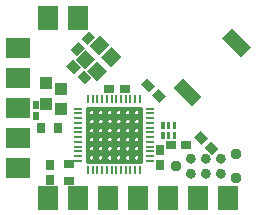
<source format=gts>
G04 DipTrace 2.4.0.2*
%IN2dBBLE.gts*%
%MOIN*%
%ADD10C,0.0098*%
%ADD36C,0.0374*%
%ADD44O,0.0094X0.0272*%
%ADD46O,0.0272X0.0094*%
%ADD48R,0.0213X0.0252*%
%ADD50R,0.0311X0.037*%
%ADD52R,0.0685X0.0816*%
%ADD54R,0.0816X0.0685*%
%ADD56R,0.037X0.0311*%
%ADD58R,0.0291X0.037*%
%ADD60R,0.0409X0.0449*%
%ADD62R,0.037X0.0291*%
%FSLAX44Y44*%
G04*
G70*
G90*
G75*
G01*
%LNTopMask*%
%LPD*%
G36*
X9093Y7606D2*
X9411Y7923D1*
X10034Y7300D1*
X9717Y6982D1*
X9093Y7606D1*
G37*
G36*
X10736Y9249D2*
X11053Y9566D1*
X11677Y8942D1*
X11359Y8625D1*
X10736Y9249D1*
G37*
G36*
X9203Y6237D2*
X9089D1*
Y6469D1*
X9203D1*
Y6237D1*
G37*
G36*
X9007D2*
X8892D1*
Y6469D1*
X9007D1*
Y6237D1*
G37*
G36*
X8810D2*
X8696D1*
Y6469D1*
X8810D1*
Y6237D1*
G37*
G36*
Y5902D2*
X8696D1*
Y6135D1*
X8810D1*
Y5902D1*
G37*
G36*
X9007D2*
X8892D1*
Y6135D1*
X9007D1*
Y5902D1*
G37*
G36*
X9203D2*
X9089D1*
Y6135D1*
X9203D1*
Y5902D1*
G37*
G36*
X6245Y9024D2*
X6039Y9230D1*
X6301Y9491D1*
X6507Y9285D1*
X6245Y9024D1*
G37*
G36*
X5884Y8662D2*
X5678Y8868D1*
X5939Y9130D1*
X6145Y8924D1*
X5884Y8662D1*
G37*
G36*
X6371Y7915D2*
X6165Y7709D1*
X5903Y7970D1*
X6109Y8176D1*
X6371Y7915D1*
G37*
G36*
X6009Y8276D2*
X5803Y8070D1*
X5541Y8332D1*
X5747Y8538D1*
X6009Y8276D1*
G37*
D62*
X9025Y5680D3*
X9537D3*
D60*
X5348Y6895D3*
Y7564D3*
D62*
X7484Y7550D3*
X6972D3*
G36*
X8385Y7368D2*
X8591Y7574D1*
X8853Y7313D1*
X8647Y7107D1*
X8385Y7368D1*
G37*
G36*
X8023Y7730D2*
X8229Y7936D1*
X8491Y7675D1*
X8285Y7469D1*
X8023Y7730D1*
G37*
D58*
X8645Y5535D3*
Y5023D3*
X5007Y5041D3*
Y4529D3*
D60*
X4862Y7073D3*
Y7742D3*
D56*
X5612Y5058D3*
Y4507D3*
D54*
X3937Y8937D3*
Y7937D3*
Y6937D3*
Y5937D3*
Y4937D3*
D52*
X4937Y9937D3*
X5937D3*
X6937Y3937D3*
X7937D3*
X8937D3*
D50*
X5250Y6273D3*
X4699D3*
D48*
X4520Y6642D3*
Y7036D3*
D52*
X4937Y3937D3*
X5937D3*
X9937D3*
X10937D3*
G36*
X10252Y5913D2*
X10046Y5707D1*
X9784Y5969D1*
X9990Y6175D1*
X10252Y5913D1*
G37*
G36*
X10614Y5551D2*
X10408Y5345D1*
X10146Y5607D1*
X10352Y5813D1*
X10614Y5551D1*
G37*
G36*
X9847Y5238D2*
X9845Y5267D1*
X9837Y5294D1*
X9825Y5320D1*
X9809Y5343D1*
X9789Y5363D1*
X9766Y5379D1*
X9740Y5391D1*
X9713Y5399D1*
X9684Y5401D1*
D1*
X9656Y5399D1*
X9629Y5391D1*
X9603Y5379D1*
X9580Y5363D1*
X9560Y5343D1*
X9543Y5320D1*
X9531Y5294D1*
X9524Y5267D1*
X9521Y5238D1*
D1*
X9524Y5210D1*
X9531Y5183D1*
X9543Y5157D1*
X9560Y5134D1*
X9580Y5113D1*
X9603Y5097D1*
X9629Y5085D1*
X9656Y5078D1*
X9684Y5075D1*
D1*
X9713Y5078D1*
X9740Y5085D1*
X9766Y5097D1*
X9789Y5113D1*
X9809Y5134D1*
X9825Y5157D1*
X9837Y5183D1*
X9845Y5210D1*
X9847Y5238D1*
G37*
G36*
X10347D2*
X10345Y5267D1*
X10337Y5294D1*
X10325Y5320D1*
X10309Y5343D1*
X10289Y5363D1*
X10266Y5379D1*
X10240Y5391D1*
X10213Y5399D1*
X10184Y5401D1*
D1*
X10156Y5399D1*
X10129Y5391D1*
X10103Y5379D1*
X10080Y5363D1*
X10060Y5343D1*
X10043Y5320D1*
X10031Y5294D1*
X10024Y5267D1*
X10021Y5238D1*
D1*
X10024Y5210D1*
X10031Y5183D1*
X10043Y5157D1*
X10060Y5134D1*
X10080Y5113D1*
X10103Y5097D1*
X10129Y5085D1*
X10156Y5078D1*
X10184Y5075D1*
D1*
X10213Y5078D1*
X10240Y5085D1*
X10266Y5097D1*
X10289Y5113D1*
X10309Y5134D1*
X10325Y5157D1*
X10337Y5183D1*
X10345Y5210D1*
X10347Y5238D1*
G37*
G36*
X10847D2*
X10845Y5267D1*
X10837Y5294D1*
X10825Y5320D1*
X10809Y5343D1*
X10789Y5363D1*
X10766Y5379D1*
X10740Y5391D1*
X10713Y5399D1*
X10684Y5401D1*
D1*
X10656Y5399D1*
X10629Y5391D1*
X10603Y5379D1*
X10580Y5363D1*
X10560Y5343D1*
X10543Y5320D1*
X10531Y5294D1*
X10524Y5267D1*
X10521Y5238D1*
D1*
X10524Y5210D1*
X10531Y5183D1*
X10543Y5157D1*
X10560Y5134D1*
X10580Y5113D1*
X10603Y5097D1*
X10629Y5085D1*
X10656Y5078D1*
X10684Y5075D1*
D1*
X10713Y5078D1*
X10740Y5085D1*
X10766Y5097D1*
X10789Y5113D1*
X10809Y5134D1*
X10825Y5157D1*
X10837Y5183D1*
X10845Y5210D1*
X10847Y5238D1*
G37*
G36*
Y4738D2*
X10845Y4767D1*
X10837Y4794D1*
X10825Y4820D1*
X10809Y4843D1*
X10789Y4863D1*
X10766Y4879D1*
X10740Y4891D1*
X10713Y4899D1*
X10684Y4901D1*
D1*
X10656Y4899D1*
X10629Y4891D1*
X10603Y4879D1*
X10580Y4863D1*
X10560Y4843D1*
X10543Y4820D1*
X10531Y4794D1*
X10524Y4767D1*
X10521Y4738D1*
D1*
X10524Y4710D1*
X10531Y4683D1*
X10543Y4657D1*
X10560Y4634D1*
X10580Y4613D1*
X10603Y4597D1*
X10629Y4585D1*
X10656Y4578D1*
X10684Y4575D1*
D1*
X10713Y4578D1*
X10740Y4585D1*
X10766Y4597D1*
X10789Y4613D1*
X10809Y4634D1*
X10825Y4657D1*
X10837Y4683D1*
X10845Y4710D1*
X10847Y4738D1*
G37*
G36*
X10347D2*
X10345Y4767D1*
X10337Y4794D1*
X10325Y4820D1*
X10309Y4843D1*
X10289Y4863D1*
X10266Y4879D1*
X10240Y4891D1*
X10213Y4899D1*
X10184Y4901D1*
D1*
X10156Y4899D1*
X10129Y4891D1*
X10103Y4879D1*
X10080Y4863D1*
X10060Y4843D1*
X10043Y4820D1*
X10031Y4794D1*
X10024Y4767D1*
X10021Y4738D1*
D1*
X10024Y4710D1*
X10031Y4683D1*
X10043Y4657D1*
X10060Y4634D1*
X10080Y4613D1*
X10103Y4597D1*
X10129Y4585D1*
X10156Y4578D1*
X10184Y4575D1*
D1*
X10213Y4578D1*
X10240Y4585D1*
X10266Y4597D1*
X10289Y4613D1*
X10309Y4634D1*
X10325Y4657D1*
X10337Y4683D1*
X10345Y4710D1*
X10347Y4738D1*
G37*
G36*
X9847D2*
X9845Y4767D1*
X9837Y4794D1*
X9825Y4820D1*
X9809Y4843D1*
X9789Y4863D1*
X9766Y4879D1*
X9740Y4891D1*
X9713Y4899D1*
X9684Y4901D1*
D1*
X9656Y4899D1*
X9629Y4891D1*
X9603Y4879D1*
X9580Y4863D1*
X9560Y4843D1*
X9543Y4820D1*
X9531Y4794D1*
X9524Y4767D1*
X9521Y4738D1*
D1*
X9524Y4710D1*
X9531Y4683D1*
X9543Y4657D1*
X9560Y4634D1*
X9580Y4613D1*
X9603Y4597D1*
X9629Y4585D1*
X9656Y4578D1*
X9684Y4575D1*
D1*
X9713Y4578D1*
X9740Y4585D1*
X9766Y4597D1*
X9789Y4613D1*
X9809Y4634D1*
X9825Y4657D1*
X9837Y4683D1*
X9845Y4710D1*
X9847Y4738D1*
G37*
D36*
X9184Y4988D3*
X11184Y5388D3*
Y4588D3*
X7468Y6183D2*
D10*
Y6191D1*
X7469Y6198D1*
X7470Y6206D1*
X7472Y6213D1*
X7474Y6221D1*
X7477Y6228D1*
X7480Y6235D1*
X7484Y6241D1*
X7488Y6248D1*
X7492Y6254D1*
X7497Y6259D1*
X7502Y6265D1*
X7508Y6270D1*
X7514Y6274D1*
X7520Y6278D1*
X7527Y6282D1*
X7533Y6285D1*
X7540Y6288D1*
X7547Y6290D1*
X7554Y6291D1*
X7562Y6292D1*
X7569Y6293D1*
X7576D1*
X7584Y6292D1*
X7591Y6291D1*
X7598Y6290D1*
X7605Y6288D1*
X7612Y6285D1*
X7619Y6282D1*
X7625Y6278D1*
X7631Y6274D1*
X7637Y6270D1*
X7643Y6265D1*
X7648Y6259D1*
X7653Y6254D1*
X7658Y6248D1*
X7662Y6241D1*
X7665Y6235D1*
X7669Y6228D1*
X7671Y6221D1*
X7674Y6213D1*
X7675Y6206D1*
X7677Y6198D1*
Y6191D1*
X7678Y6183D1*
X7677Y6175D1*
Y6168D1*
X7675Y6160D1*
X7674Y6153D1*
X7671Y6145D1*
X7669Y6138D1*
X7665Y6131D1*
X7662Y6125D1*
X7658Y6118D1*
X7653Y6112D1*
X7648Y6107D1*
X7643Y6101D1*
X7637Y6096D1*
X7631Y6092D1*
X7625Y6088D1*
X7619Y6084D1*
X7612Y6081D1*
X7605Y6078D1*
X7598Y6076D1*
X7591Y6075D1*
X7584Y6074D1*
X7576Y6073D1*
X7569D1*
X7562Y6074D1*
X7554Y6075D1*
X7547Y6076D1*
X7540Y6078D1*
X7533Y6081D1*
X7527Y6084D1*
X7520Y6088D1*
X7514Y6092D1*
X7508Y6096D1*
X7502Y6101D1*
X7497Y6107D1*
X7492Y6112D1*
X7488Y6118D1*
X7484Y6125D1*
X7480Y6131D1*
X7477Y6138D1*
X7474Y6145D1*
X7472Y6153D1*
X7470Y6160D1*
X7469Y6168D1*
X7468Y6175D1*
Y6183D1*
X7767Y6184D2*
Y6192D1*
X7768Y6200D1*
X7769Y6207D1*
X7771Y6215D1*
X7773Y6222D1*
X7776Y6229D1*
X7779Y6236D1*
X7783Y6243D1*
X7787Y6249D1*
X7792Y6255D1*
X7797Y6261D1*
X7802Y6266D1*
X7807Y6271D1*
X7813Y6275D1*
X7820Y6280D1*
X7826Y6283D1*
X7833Y6286D1*
X7840Y6289D1*
X7847Y6291D1*
X7854Y6293D1*
X7861Y6294D1*
X7868D1*
X7876D1*
X7883D1*
X7890Y6293D1*
X7897Y6291D1*
X7904Y6289D1*
X7911Y6286D1*
X7918Y6283D1*
X7925Y6280D1*
X7931Y6275D1*
X7937Y6271D1*
X7942Y6266D1*
X7948Y6261D1*
X7952Y6255D1*
X7957Y6249D1*
X7961Y6243D1*
X7965Y6236D1*
X7968Y6229D1*
X7971Y6222D1*
X7973Y6215D1*
X7975Y6207D1*
X7976Y6200D1*
X7977Y6192D1*
Y6184D1*
Y6177D1*
X7976Y6169D1*
X7975Y6161D1*
X7973Y6154D1*
X7971Y6147D1*
X7968Y6140D1*
X7965Y6133D1*
X7961Y6126D1*
X7957Y6120D1*
X7952Y6114D1*
X7948Y6108D1*
X7942Y6102D1*
X7937Y6098D1*
X7931Y6093D1*
X7925Y6089D1*
X7918Y6085D1*
X7911Y6082D1*
X7904Y6080D1*
X7897Y6078D1*
X7890Y6076D1*
X7883Y6075D1*
X7876Y6074D1*
X7868D1*
X7861Y6075D1*
X7854Y6076D1*
X7847Y6078D1*
X7840Y6080D1*
X7833Y6082D1*
X7826Y6085D1*
X7820Y6089D1*
X7813Y6093D1*
X7807Y6098D1*
X7802Y6102D1*
X7797Y6108D1*
X7792Y6114D1*
X7787Y6120D1*
X7783Y6126D1*
X7779Y6133D1*
X7776Y6140D1*
X7773Y6147D1*
X7771Y6154D1*
X7769Y6161D1*
X7768Y6169D1*
X7767Y6177D1*
Y6184D1*
X6868Y6183D2*
Y6191D1*
X6869Y6198D1*
X6870Y6206D1*
X6872Y6213D1*
X6874Y6221D1*
X6877Y6228D1*
X6880Y6235D1*
X6884Y6241D1*
X6888Y6248D1*
X6893Y6254D1*
X6898Y6259D1*
X6903Y6265D1*
X6908Y6270D1*
X6914Y6274D1*
X6921Y6278D1*
X6927Y6282D1*
X6934Y6285D1*
X6941Y6288D1*
X6948Y6290D1*
X6955Y6291D1*
X6962Y6292D1*
X6969Y6293D1*
X6977D1*
X6984Y6292D1*
X6991Y6291D1*
X6998Y6290D1*
X7006Y6288D1*
X7012Y6285D1*
X7019Y6282D1*
X7026Y6278D1*
X7032Y6274D1*
X7038Y6270D1*
X7043Y6265D1*
X7049Y6259D1*
X7053Y6254D1*
X7058Y6248D1*
X7062Y6241D1*
X7066Y6235D1*
X7069Y6228D1*
X7072Y6221D1*
X7074Y6213D1*
X7076Y6206D1*
X7077Y6198D1*
X7078Y6191D1*
Y6183D1*
Y6175D1*
X7077Y6168D1*
X7076Y6160D1*
X7074Y6153D1*
X7072Y6145D1*
X7069Y6138D1*
X7066Y6131D1*
X7062Y6125D1*
X7058Y6118D1*
X7053Y6112D1*
X7049Y6107D1*
X7043Y6101D1*
X7038Y6096D1*
X7032Y6092D1*
X7026Y6088D1*
X7019Y6084D1*
X7012Y6081D1*
X7006Y6078D1*
X6998Y6076D1*
X6991Y6075D1*
X6984Y6074D1*
X6977Y6073D1*
X6969D1*
X6962Y6074D1*
X6955Y6075D1*
X6948Y6076D1*
X6941Y6078D1*
X6934Y6081D1*
X6927Y6084D1*
X6921Y6088D1*
X6914Y6092D1*
X6908Y6096D1*
X6903Y6101D1*
X6898Y6107D1*
X6893Y6112D1*
X6888Y6118D1*
X6884Y6125D1*
X6880Y6131D1*
X6877Y6138D1*
X6874Y6145D1*
X6872Y6153D1*
X6870Y6160D1*
X6869Y6168D1*
X6868Y6175D1*
Y6183D1*
X7167Y6184D2*
Y6192D1*
X7168Y6200D1*
X7169Y6207D1*
X7171Y6215D1*
X7174Y6222D1*
X7176Y6229D1*
X7179Y6236D1*
X7183Y6243D1*
X7187Y6249D1*
X7192Y6255D1*
X7197Y6261D1*
X7202Y6266D1*
X7208Y6271D1*
X7213Y6275D1*
X7220Y6280D1*
X7226Y6283D1*
X7233Y6286D1*
X7240Y6289D1*
X7247Y6291D1*
X7254Y6293D1*
X7261Y6294D1*
X7268D1*
X7276D1*
X7283D1*
X7290Y6293D1*
X7298Y6291D1*
X7305Y6289D1*
X7311Y6286D1*
X7318Y6283D1*
X7325Y6280D1*
X7331Y6275D1*
X7337Y6271D1*
X7342Y6266D1*
X7348Y6261D1*
X7353Y6255D1*
X7357Y6249D1*
X7361Y6243D1*
X7365Y6236D1*
X7368Y6229D1*
X7371Y6222D1*
X7373Y6215D1*
X7375Y6207D1*
X7376Y6200D1*
X7377Y6192D1*
Y6184D1*
Y6177D1*
X7376Y6169D1*
X7375Y6161D1*
X7373Y6154D1*
X7371Y6147D1*
X7368Y6140D1*
X7365Y6133D1*
X7361Y6126D1*
X7357Y6120D1*
X7353Y6114D1*
X7348Y6108D1*
X7342Y6102D1*
X7337Y6098D1*
X7331Y6093D1*
X7325Y6089D1*
X7318Y6085D1*
X7311Y6082D1*
X7305Y6080D1*
X7298Y6078D1*
X7290Y6076D1*
X7283Y6075D1*
X7276Y6074D1*
X7268D1*
X7261Y6075D1*
X7254Y6076D1*
X7247Y6078D1*
X7240Y6080D1*
X7233Y6082D1*
X7226Y6085D1*
X7220Y6089D1*
X7213Y6093D1*
X7208Y6098D1*
X7202Y6102D1*
X7197Y6108D1*
X7192Y6114D1*
X7187Y6120D1*
X7183Y6126D1*
X7179Y6133D1*
X7176Y6140D1*
X7174Y6147D1*
X7171Y6154D1*
X7169Y6161D1*
X7168Y6169D1*
X7167Y6177D1*
Y6184D1*
X6568D2*
Y6192D1*
X6569Y6200D1*
X6570Y6207D1*
X6572Y6215D1*
X6574Y6222D1*
X6577Y6229D1*
X6580Y6236D1*
X6584Y6243D1*
X6588Y6249D1*
X6592Y6255D1*
X6597Y6261D1*
X6602Y6266D1*
X6608Y6271D1*
X6614Y6275D1*
X6620Y6280D1*
X6627Y6283D1*
X6633Y6286D1*
X6640Y6289D1*
X6647Y6291D1*
X6654Y6293D1*
X6662Y6294D1*
X6669D1*
X6676D1*
X6684D1*
X6691Y6293D1*
X6698Y6291D1*
X6705Y6289D1*
X6712Y6286D1*
X6719Y6283D1*
X6725Y6280D1*
X6731Y6275D1*
X6737Y6271D1*
X6743Y6266D1*
X6748Y6261D1*
X6753Y6255D1*
X6757Y6249D1*
X6762Y6243D1*
X6765Y6236D1*
X6768Y6229D1*
X6771Y6222D1*
X6773Y6215D1*
X6775Y6207D1*
X6777Y6200D1*
Y6192D1*
X6778Y6184D1*
X6777Y6177D1*
Y6169D1*
X6775Y6161D1*
X6773Y6154D1*
X6771Y6147D1*
X6768Y6140D1*
X6765Y6133D1*
X6762Y6126D1*
X6757Y6120D1*
X6753Y6114D1*
X6748Y6108D1*
X6743Y6102D1*
X6737Y6098D1*
X6731Y6093D1*
X6725Y6089D1*
X6719Y6085D1*
X6712Y6082D1*
X6705Y6080D1*
X6698Y6078D1*
X6691Y6076D1*
X6684Y6075D1*
X6676Y6074D1*
X6669D1*
X6662Y6075D1*
X6654Y6076D1*
X6647Y6078D1*
X6640Y6080D1*
X6633Y6082D1*
X6627Y6085D1*
X6620Y6089D1*
X6614Y6093D1*
X6608Y6098D1*
X6602Y6102D1*
X6597Y6108D1*
X6592Y6114D1*
X6588Y6120D1*
X6584Y6126D1*
X6580Y6133D1*
X6577Y6140D1*
X6574Y6147D1*
X6572Y6154D1*
X6570Y6161D1*
X6569Y6169D1*
X6568Y6177D1*
Y6184D1*
X6267D2*
Y6192D1*
X6268Y6200D1*
X6269Y6207D1*
X6271Y6215D1*
X6273Y6222D1*
X6276Y6229D1*
X6279Y6236D1*
X6283Y6243D1*
X6287Y6249D1*
X6292Y6255D1*
X6297Y6261D1*
X6302Y6266D1*
X6307Y6271D1*
X6313Y6275D1*
X6320Y6280D1*
X6326Y6283D1*
X6333Y6286D1*
X6340Y6289D1*
X6347Y6291D1*
X6354Y6293D1*
X6361Y6294D1*
X6368D1*
X6376D1*
X6383D1*
X6390Y6293D1*
X6397Y6291D1*
X6404Y6289D1*
X6411Y6286D1*
X6418Y6283D1*
X6425Y6280D1*
X6431Y6275D1*
X6437Y6271D1*
X6442Y6266D1*
X6448Y6261D1*
X6452Y6255D1*
X6457Y6249D1*
X6461Y6243D1*
X6465Y6236D1*
X6468Y6229D1*
X6471Y6222D1*
X6473Y6215D1*
X6475Y6207D1*
X6476Y6200D1*
X6477Y6192D1*
Y6184D1*
Y6177D1*
X6476Y6169D1*
X6475Y6161D1*
X6473Y6154D1*
X6471Y6147D1*
X6468Y6140D1*
X6465Y6133D1*
X6461Y6126D1*
X6457Y6120D1*
X6452Y6114D1*
X6448Y6108D1*
X6442Y6102D1*
X6437Y6098D1*
X6431Y6093D1*
X6425Y6089D1*
X6418Y6085D1*
X6411Y6082D1*
X6404Y6080D1*
X6397Y6078D1*
X6390Y6076D1*
X6383Y6075D1*
X6376Y6074D1*
X6368D1*
X6361Y6075D1*
X6354Y6076D1*
X6347Y6078D1*
X6340Y6080D1*
X6333Y6082D1*
X6326Y6085D1*
X6320Y6089D1*
X6313Y6093D1*
X6307Y6098D1*
X6302Y6102D1*
X6297Y6108D1*
X6292Y6114D1*
X6287Y6120D1*
X6283Y6126D1*
X6279Y6133D1*
X6276Y6140D1*
X6273Y6147D1*
X6271Y6154D1*
X6269Y6161D1*
X6268Y6169D1*
X6267Y6177D1*
Y6184D1*
X7468Y5881D2*
Y5889D1*
X7469Y5896D1*
X7470Y5904D1*
X7472Y5911D1*
X7474Y5919D1*
X7477Y5926D1*
X7480Y5933D1*
X7484Y5939D1*
X7488Y5946D1*
X7492Y5952D1*
X7497Y5958D1*
X7502Y5963D1*
X7508Y5968D1*
X7514Y5972D1*
X7520Y5976D1*
X7527Y5980D1*
X7533Y5983D1*
X7540Y5986D1*
X7547Y5988D1*
X7554Y5989D1*
X7562Y5991D1*
X7569D1*
X7576D1*
X7584D1*
X7591Y5989D1*
X7598Y5988D1*
X7605Y5986D1*
X7612Y5983D1*
X7619Y5980D1*
X7625Y5976D1*
X7631Y5972D1*
X7637Y5968D1*
X7643Y5963D1*
X7648Y5958D1*
X7653Y5952D1*
X7658Y5946D1*
X7662Y5939D1*
X7665Y5933D1*
X7669Y5926D1*
X7671Y5919D1*
X7674Y5911D1*
X7675Y5904D1*
X7677Y5896D1*
Y5889D1*
X7678Y5881D1*
X7677Y5873D1*
Y5866D1*
X7675Y5858D1*
X7674Y5851D1*
X7671Y5844D1*
X7669Y5836D1*
X7665Y5830D1*
X7662Y5823D1*
X7658Y5817D1*
X7653Y5810D1*
X7648Y5805D1*
X7643Y5799D1*
X7637Y5794D1*
X7631Y5790D1*
X7625Y5786D1*
X7619Y5782D1*
X7612Y5779D1*
X7605Y5777D1*
X7598Y5774D1*
X7591Y5773D1*
X7584Y5772D1*
X7576Y5771D1*
X7569D1*
X7562Y5772D1*
X7554Y5773D1*
X7547Y5774D1*
X7540Y5777D1*
X7533Y5779D1*
X7527Y5782D1*
X7520Y5786D1*
X7514Y5790D1*
X7508Y5794D1*
X7502Y5799D1*
X7497Y5805D1*
X7492Y5810D1*
X7488Y5817D1*
X7484Y5823D1*
X7480Y5830D1*
X7477Y5836D1*
X7474Y5844D1*
X7472Y5851D1*
X7470Y5858D1*
X7469Y5866D1*
X7468Y5873D1*
Y5881D1*
X7767Y5882D2*
Y5890D1*
X7768Y5898D1*
X7769Y5905D1*
X7771Y5913D1*
X7773Y5920D1*
X7776Y5927D1*
X7779Y5934D1*
X7783Y5941D1*
X7787Y5947D1*
X7792Y5953D1*
X7797Y5959D1*
X7802Y5964D1*
X7807Y5969D1*
X7813Y5974D1*
X7820Y5978D1*
X7826Y5981D1*
X7833Y5984D1*
X7840Y5987D1*
X7847Y5989D1*
X7854Y5991D1*
X7861Y5992D1*
X7868D1*
X7876D1*
X7883D1*
X7890Y5991D1*
X7897Y5989D1*
X7904Y5987D1*
X7911Y5984D1*
X7918Y5981D1*
X7925Y5978D1*
X7931Y5974D1*
X7937Y5969D1*
X7942Y5964D1*
X7948Y5959D1*
X7952Y5953D1*
X7957Y5947D1*
X7961Y5941D1*
X7965Y5934D1*
X7968Y5927D1*
X7971Y5920D1*
X7973Y5913D1*
X7975Y5905D1*
X7976Y5898D1*
X7977Y5890D1*
Y5882D1*
Y5875D1*
X7976Y5867D1*
X7975Y5860D1*
X7973Y5852D1*
X7971Y5845D1*
X7968Y5838D1*
X7965Y5831D1*
X7961Y5824D1*
X7957Y5818D1*
X7952Y5812D1*
X7948Y5806D1*
X7942Y5801D1*
X7937Y5796D1*
X7931Y5791D1*
X7925Y5787D1*
X7918Y5784D1*
X7911Y5780D1*
X7904Y5778D1*
X7897Y5776D1*
X7890Y5774D1*
X7883Y5773D1*
X7876D1*
X7868D1*
X7861D1*
X7854Y5774D1*
X7847Y5776D1*
X7840Y5778D1*
X7833Y5780D1*
X7826Y5784D1*
X7820Y5787D1*
X7813Y5791D1*
X7807Y5796D1*
X7802Y5801D1*
X7797Y5806D1*
X7792Y5812D1*
X7787Y5818D1*
X7783Y5824D1*
X7779Y5831D1*
X7776Y5838D1*
X7773Y5845D1*
X7771Y5852D1*
X7769Y5860D1*
X7768Y5867D1*
X7767Y5875D1*
Y5882D1*
X6868Y5881D2*
Y5889D1*
X6869Y5896D1*
X6870Y5904D1*
X6872Y5911D1*
X6874Y5919D1*
X6877Y5926D1*
X6880Y5933D1*
X6884Y5939D1*
X6888Y5946D1*
X6893Y5952D1*
X6898Y5958D1*
X6903Y5963D1*
X6908Y5968D1*
X6914Y5972D1*
X6921Y5976D1*
X6927Y5980D1*
X6934Y5983D1*
X6941Y5986D1*
X6948Y5988D1*
X6955Y5989D1*
X6962Y5991D1*
X6969D1*
X6977D1*
X6984D1*
X6991Y5989D1*
X6998Y5988D1*
X7006Y5986D1*
X7012Y5983D1*
X7019Y5980D1*
X7026Y5976D1*
X7032Y5972D1*
X7038Y5968D1*
X7043Y5963D1*
X7049Y5958D1*
X7053Y5952D1*
X7058Y5946D1*
X7062Y5939D1*
X7066Y5933D1*
X7069Y5926D1*
X7072Y5919D1*
X7074Y5911D1*
X7076Y5904D1*
X7077Y5896D1*
X7078Y5889D1*
Y5881D1*
Y5873D1*
X7077Y5866D1*
X7076Y5858D1*
X7074Y5851D1*
X7072Y5844D1*
X7069Y5836D1*
X7066Y5830D1*
X7062Y5823D1*
X7058Y5817D1*
X7053Y5810D1*
X7049Y5805D1*
X7043Y5799D1*
X7038Y5794D1*
X7032Y5790D1*
X7026Y5786D1*
X7019Y5782D1*
X7012Y5779D1*
X7006Y5777D1*
X6998Y5774D1*
X6991Y5773D1*
X6984Y5772D1*
X6977Y5771D1*
X6969D1*
X6962Y5772D1*
X6955Y5773D1*
X6948Y5774D1*
X6941Y5777D1*
X6934Y5779D1*
X6927Y5782D1*
X6921Y5786D1*
X6914Y5790D1*
X6908Y5794D1*
X6903Y5799D1*
X6898Y5805D1*
X6893Y5810D1*
X6888Y5817D1*
X6884Y5823D1*
X6880Y5830D1*
X6877Y5836D1*
X6874Y5844D1*
X6872Y5851D1*
X6870Y5858D1*
X6869Y5866D1*
X6868Y5873D1*
Y5881D1*
X7167Y5882D2*
Y5890D1*
X7168Y5898D1*
X7169Y5905D1*
X7171Y5913D1*
X7174Y5920D1*
X7176Y5927D1*
X7179Y5934D1*
X7183Y5941D1*
X7187Y5947D1*
X7192Y5953D1*
X7197Y5959D1*
X7202Y5964D1*
X7208Y5969D1*
X7213Y5974D1*
X7220Y5978D1*
X7226Y5981D1*
X7233Y5984D1*
X7240Y5987D1*
X7247Y5989D1*
X7254Y5991D1*
X7261Y5992D1*
X7268D1*
X7276D1*
X7283D1*
X7290Y5991D1*
X7298Y5989D1*
X7305Y5987D1*
X7311Y5984D1*
X7318Y5981D1*
X7325Y5978D1*
X7331Y5974D1*
X7337Y5969D1*
X7342Y5964D1*
X7348Y5959D1*
X7353Y5953D1*
X7357Y5947D1*
X7361Y5941D1*
X7365Y5934D1*
X7368Y5927D1*
X7371Y5920D1*
X7373Y5913D1*
X7375Y5905D1*
X7376Y5898D1*
X7377Y5890D1*
Y5882D1*
Y5875D1*
X7376Y5867D1*
X7375Y5860D1*
X7373Y5852D1*
X7371Y5845D1*
X7368Y5838D1*
X7365Y5831D1*
X7361Y5824D1*
X7357Y5818D1*
X7353Y5812D1*
X7348Y5806D1*
X7342Y5801D1*
X7337Y5796D1*
X7331Y5791D1*
X7325Y5787D1*
X7318Y5784D1*
X7311Y5780D1*
X7305Y5778D1*
X7298Y5776D1*
X7290Y5774D1*
X7283Y5773D1*
X7276D1*
X7268D1*
X7261D1*
X7254Y5774D1*
X7247Y5776D1*
X7240Y5778D1*
X7233Y5780D1*
X7226Y5784D1*
X7220Y5787D1*
X7213Y5791D1*
X7208Y5796D1*
X7202Y5801D1*
X7197Y5806D1*
X7192Y5812D1*
X7187Y5818D1*
X7183Y5824D1*
X7179Y5831D1*
X7176Y5838D1*
X7174Y5845D1*
X7171Y5852D1*
X7169Y5860D1*
X7168Y5867D1*
X7167Y5875D1*
Y5882D1*
X6568D2*
Y5890D1*
X6569Y5898D1*
X6570Y5905D1*
X6572Y5913D1*
X6574Y5920D1*
X6577Y5927D1*
X6580Y5934D1*
X6584Y5941D1*
X6588Y5947D1*
X6592Y5953D1*
X6597Y5959D1*
X6602Y5964D1*
X6608Y5969D1*
X6614Y5974D1*
X6620Y5978D1*
X6627Y5981D1*
X6633Y5984D1*
X6640Y5987D1*
X6647Y5989D1*
X6654Y5991D1*
X6662Y5992D1*
X6669D1*
X6676D1*
X6684D1*
X6691Y5991D1*
X6698Y5989D1*
X6705Y5987D1*
X6712Y5984D1*
X6719Y5981D1*
X6725Y5978D1*
X6731Y5974D1*
X6737Y5969D1*
X6743Y5964D1*
X6748Y5959D1*
X6753Y5953D1*
X6757Y5947D1*
X6762Y5941D1*
X6765Y5934D1*
X6768Y5927D1*
X6771Y5920D1*
X6773Y5913D1*
X6775Y5905D1*
X6777Y5898D1*
Y5890D1*
X6778Y5882D1*
X6777Y5875D1*
Y5867D1*
X6775Y5860D1*
X6773Y5852D1*
X6771Y5845D1*
X6768Y5838D1*
X6765Y5831D1*
X6762Y5824D1*
X6757Y5818D1*
X6753Y5812D1*
X6748Y5806D1*
X6743Y5801D1*
X6737Y5796D1*
X6731Y5791D1*
X6725Y5787D1*
X6719Y5784D1*
X6712Y5780D1*
X6705Y5778D1*
X6698Y5776D1*
X6691Y5774D1*
X6684Y5773D1*
X6676D1*
X6669D1*
X6662D1*
X6654Y5774D1*
X6647Y5776D1*
X6640Y5778D1*
X6633Y5780D1*
X6627Y5784D1*
X6620Y5787D1*
X6614Y5791D1*
X6608Y5796D1*
X6602Y5801D1*
X6597Y5806D1*
X6592Y5812D1*
X6588Y5818D1*
X6584Y5824D1*
X6580Y5831D1*
X6577Y5838D1*
X6574Y5845D1*
X6572Y5852D1*
X6570Y5860D1*
X6569Y5867D1*
X6568Y5875D1*
Y5882D1*
X6267D2*
Y5890D1*
X6268Y5898D1*
X6269Y5905D1*
X6271Y5913D1*
X6273Y5920D1*
X6276Y5927D1*
X6279Y5934D1*
X6283Y5941D1*
X6287Y5947D1*
X6292Y5953D1*
X6297Y5959D1*
X6302Y5964D1*
X6307Y5969D1*
X6313Y5974D1*
X6320Y5978D1*
X6326Y5981D1*
X6333Y5984D1*
X6340Y5987D1*
X6347Y5989D1*
X6354Y5991D1*
X6361Y5992D1*
X6368D1*
X6376D1*
X6383D1*
X6390Y5991D1*
X6397Y5989D1*
X6404Y5987D1*
X6411Y5984D1*
X6418Y5981D1*
X6425Y5978D1*
X6431Y5974D1*
X6437Y5969D1*
X6442Y5964D1*
X6448Y5959D1*
X6452Y5953D1*
X6457Y5947D1*
X6461Y5941D1*
X6465Y5934D1*
X6468Y5927D1*
X6471Y5920D1*
X6473Y5913D1*
X6475Y5905D1*
X6476Y5898D1*
X6477Y5890D1*
Y5882D1*
Y5875D1*
X6476Y5867D1*
X6475Y5860D1*
X6473Y5852D1*
X6471Y5845D1*
X6468Y5838D1*
X6465Y5831D1*
X6461Y5824D1*
X6457Y5818D1*
X6452Y5812D1*
X6448Y5806D1*
X6442Y5801D1*
X6437Y5796D1*
X6431Y5791D1*
X6425Y5787D1*
X6418Y5784D1*
X6411Y5780D1*
X6404Y5778D1*
X6397Y5776D1*
X6390Y5774D1*
X6383Y5773D1*
X6376D1*
X6368D1*
X6361D1*
X6354Y5774D1*
X6347Y5776D1*
X6340Y5778D1*
X6333Y5780D1*
X6326Y5784D1*
X6320Y5787D1*
X6313Y5791D1*
X6307Y5796D1*
X6302Y5801D1*
X6297Y5806D1*
X6292Y5812D1*
X6287Y5818D1*
X6283Y5824D1*
X6279Y5831D1*
X6276Y5838D1*
X6273Y5845D1*
X6271Y5852D1*
X6269Y5860D1*
X6268Y5867D1*
X6267Y5875D1*
Y5882D1*
X7469Y6483D2*
Y6491D1*
X7470Y6499D1*
X7471Y6506D1*
X7473Y6514D1*
X7475Y6521D1*
X7478Y6528D1*
X7481Y6535D1*
X7485Y6542D1*
X7489Y6548D1*
X7494Y6554D1*
X7499Y6560D1*
X7504Y6565D1*
X7509Y6570D1*
X7515Y6575D1*
X7522Y6579D1*
X7528Y6582D1*
X7535Y6585D1*
X7542Y6588D1*
X7549Y6590D1*
X7556Y6592D1*
X7563Y6593D1*
X7570D1*
X7578D1*
X7585D1*
X7592Y6592D1*
X7600Y6590D1*
X7607Y6588D1*
X7613Y6585D1*
X7620Y6582D1*
X7627Y6579D1*
X7633Y6575D1*
X7639Y6570D1*
X7644Y6565D1*
X7650Y6560D1*
X7655Y6554D1*
X7659Y6548D1*
X7663Y6542D1*
X7667Y6535D1*
X7670Y6528D1*
X7673Y6521D1*
X7675Y6514D1*
X7677Y6506D1*
X7678Y6499D1*
X7679Y6491D1*
Y6483D1*
Y6476D1*
X7678Y6468D1*
X7677Y6460D1*
X7675Y6453D1*
X7673Y6446D1*
X7670Y6439D1*
X7667Y6432D1*
X7663Y6425D1*
X7659Y6419D1*
X7655Y6413D1*
X7650Y6407D1*
X7644Y6402D1*
X7639Y6397D1*
X7633Y6392D1*
X7627Y6388D1*
X7620Y6385D1*
X7613Y6381D1*
X7607Y6379D1*
X7600Y6377D1*
X7592Y6375D1*
X7585Y6374D1*
X7578Y6373D1*
X7570D1*
X7563Y6374D1*
X7556Y6375D1*
X7549Y6377D1*
X7542Y6379D1*
X7535Y6381D1*
X7528Y6385D1*
X7522Y6388D1*
X7515Y6392D1*
X7509Y6397D1*
X7504Y6402D1*
X7499Y6407D1*
X7494Y6413D1*
X7489Y6419D1*
X7485Y6425D1*
X7481Y6432D1*
X7478Y6439D1*
X7475Y6446D1*
X7473Y6453D1*
X7471Y6460D1*
X7470Y6468D1*
X7469Y6476D1*
Y6483D1*
X7768Y6485D2*
Y6492D1*
X7769Y6500D1*
X7771Y6508D1*
X7772Y6515D1*
X7775Y6522D1*
X7777Y6529D1*
X7781Y6536D1*
X7784Y6543D1*
X7788Y6549D1*
X7793Y6555D1*
X7798Y6561D1*
X7803Y6566D1*
X7809Y6571D1*
X7814Y6576D1*
X7821Y6580D1*
X7827Y6584D1*
X7834Y6587D1*
X7841Y6589D1*
X7848Y6591D1*
X7855Y6593D1*
X7862Y6594D1*
X7870Y6595D1*
X7877D1*
X7884Y6594D1*
X7891Y6593D1*
X7899Y6591D1*
X7906Y6589D1*
X7913Y6587D1*
X7919Y6584D1*
X7926Y6580D1*
X7932Y6576D1*
X7938Y6571D1*
X7943Y6566D1*
X7949Y6561D1*
X7954Y6555D1*
X7958Y6549D1*
X7962Y6543D1*
X7966Y6536D1*
X7969Y6529D1*
X7972Y6522D1*
X7974Y6515D1*
X7976Y6508D1*
X7977Y6500D1*
X7978Y6492D1*
Y6485D1*
Y6477D1*
X7977Y6469D1*
X7976Y6462D1*
X7974Y6454D1*
X7972Y6447D1*
X7969Y6440D1*
X7966Y6433D1*
X7962Y6426D1*
X7958Y6420D1*
X7954Y6414D1*
X7949Y6408D1*
X7943Y6403D1*
X7938Y6398D1*
X7932Y6393D1*
X7926Y6389D1*
X7919Y6386D1*
X7913Y6383D1*
X7906Y6380D1*
X7899Y6378D1*
X7891Y6376D1*
X7884Y6375D1*
X7877D1*
X7870D1*
X7862D1*
X7855Y6376D1*
X7848Y6378D1*
X7841Y6380D1*
X7834Y6383D1*
X7827Y6386D1*
X7821Y6389D1*
X7814Y6393D1*
X7809Y6398D1*
X7803Y6403D1*
X7798Y6408D1*
X7793Y6414D1*
X7788Y6420D1*
X7784Y6426D1*
X7781Y6433D1*
X7777Y6440D1*
X7775Y6447D1*
X7772Y6454D1*
X7771Y6462D1*
X7769Y6469D1*
X7768Y6477D1*
Y6485D1*
X6869Y6483D2*
X6870Y6491D1*
Y6499D1*
X6872Y6506D1*
X6873Y6514D1*
X6876Y6521D1*
X6878Y6528D1*
X6882Y6535D1*
X6885Y6542D1*
X6889Y6548D1*
X6894Y6554D1*
X6899Y6560D1*
X6904Y6565D1*
X6910Y6570D1*
X6916Y6575D1*
X6922Y6579D1*
X6928Y6582D1*
X6935Y6585D1*
X6942Y6588D1*
X6949Y6590D1*
X6956Y6592D1*
X6963Y6593D1*
X6971D1*
X6978D1*
X6985D1*
X6992Y6592D1*
X7000Y6590D1*
X7007Y6588D1*
X7014Y6585D1*
X7020Y6582D1*
X7027Y6579D1*
X7033Y6575D1*
X7039Y6570D1*
X7044Y6565D1*
X7050Y6560D1*
X7055Y6554D1*
X7059Y6548D1*
X7063Y6542D1*
X7067Y6535D1*
X7070Y6528D1*
X7073Y6521D1*
X7075Y6514D1*
X7077Y6506D1*
X7078Y6499D1*
X7079Y6491D1*
Y6483D1*
Y6476D1*
X7078Y6468D1*
X7077Y6460D1*
X7075Y6453D1*
X7073Y6446D1*
X7070Y6439D1*
X7067Y6432D1*
X7063Y6425D1*
X7059Y6419D1*
X7055Y6413D1*
X7050Y6407D1*
X7044Y6402D1*
X7039Y6397D1*
X7033Y6392D1*
X7027Y6388D1*
X7020Y6385D1*
X7014Y6381D1*
X7007Y6379D1*
X7000Y6377D1*
X6992Y6375D1*
X6985Y6374D1*
X6978Y6373D1*
X6971D1*
X6963Y6374D1*
X6956Y6375D1*
X6949Y6377D1*
X6942Y6379D1*
X6935Y6381D1*
X6928Y6385D1*
X6922Y6388D1*
X6916Y6392D1*
X6910Y6397D1*
X6904Y6402D1*
X6899Y6407D1*
X6894Y6413D1*
X6889Y6419D1*
X6885Y6425D1*
X6882Y6432D1*
X6878Y6439D1*
X6876Y6446D1*
X6873Y6453D1*
X6872Y6460D1*
X6870Y6468D1*
Y6476D1*
X6869Y6483D1*
X7169Y6485D2*
Y6492D1*
X7170Y6500D1*
X7171Y6508D1*
X7173Y6515D1*
X7175Y6522D1*
X7178Y6529D1*
X7181Y6536D1*
X7185Y6543D1*
X7189Y6549D1*
X7193Y6555D1*
X7198Y6561D1*
X7203Y6566D1*
X7209Y6571D1*
X7215Y6576D1*
X7221Y6580D1*
X7228Y6584D1*
X7234Y6587D1*
X7241Y6589D1*
X7248Y6591D1*
X7255Y6593D1*
X7263Y6594D1*
X7270Y6595D1*
X7277D1*
X7285Y6594D1*
X7292Y6593D1*
X7299Y6591D1*
X7306Y6589D1*
X7313Y6587D1*
X7320Y6584D1*
X7326Y6580D1*
X7332Y6576D1*
X7338Y6571D1*
X7344Y6566D1*
X7349Y6561D1*
X7354Y6555D1*
X7359Y6549D1*
X7363Y6543D1*
X7366Y6536D1*
X7369Y6529D1*
X7372Y6522D1*
X7374Y6515D1*
X7376Y6508D1*
X7378Y6500D1*
Y6492D1*
X7379Y6485D1*
X7378Y6477D1*
Y6469D1*
X7376Y6462D1*
X7374Y6454D1*
X7372Y6447D1*
X7369Y6440D1*
X7366Y6433D1*
X7363Y6426D1*
X7359Y6420D1*
X7354Y6414D1*
X7349Y6408D1*
X7344Y6403D1*
X7338Y6398D1*
X7332Y6393D1*
X7326Y6389D1*
X7320Y6386D1*
X7313Y6383D1*
X7306Y6380D1*
X7299Y6378D1*
X7292Y6376D1*
X7285Y6375D1*
X7277D1*
X7270D1*
X7263D1*
X7255Y6376D1*
X7248Y6378D1*
X7241Y6380D1*
X7234Y6383D1*
X7228Y6386D1*
X7221Y6389D1*
X7215Y6393D1*
X7209Y6398D1*
X7203Y6403D1*
X7198Y6408D1*
X7193Y6414D1*
X7189Y6420D1*
X7185Y6426D1*
X7181Y6433D1*
X7178Y6440D1*
X7175Y6447D1*
X7173Y6454D1*
X7171Y6462D1*
X7170Y6469D1*
X7169Y6477D1*
Y6485D1*
X6569D2*
Y6492D1*
X6570Y6500D1*
X6571Y6508D1*
X6573Y6515D1*
X6575Y6522D1*
X6578Y6529D1*
X6581Y6536D1*
X6585Y6543D1*
X6589Y6549D1*
X6593Y6555D1*
X6598Y6561D1*
X6603Y6566D1*
X6609Y6571D1*
X6615Y6576D1*
X6621Y6580D1*
X6628Y6584D1*
X6634Y6587D1*
X6641Y6589D1*
X6648Y6591D1*
X6656Y6593D1*
X6663Y6594D1*
X6670Y6595D1*
X6677D1*
X6685Y6594D1*
X6692Y6593D1*
X6699Y6591D1*
X6706Y6589D1*
X6713Y6587D1*
X6720Y6584D1*
X6726Y6580D1*
X6732Y6576D1*
X6738Y6571D1*
X6744Y6566D1*
X6749Y6561D1*
X6754Y6555D1*
X6759Y6549D1*
X6763Y6543D1*
X6766Y6536D1*
X6770Y6529D1*
X6772Y6522D1*
X6775Y6515D1*
X6776Y6508D1*
X6778Y6500D1*
Y6492D1*
X6779Y6485D1*
X6778Y6477D1*
Y6469D1*
X6776Y6462D1*
X6775Y6454D1*
X6772Y6447D1*
X6770Y6440D1*
X6766Y6433D1*
X6763Y6426D1*
X6759Y6420D1*
X6754Y6414D1*
X6749Y6408D1*
X6744Y6403D1*
X6738Y6398D1*
X6732Y6393D1*
X6726Y6389D1*
X6720Y6386D1*
X6713Y6383D1*
X6706Y6380D1*
X6699Y6378D1*
X6692Y6376D1*
X6685Y6375D1*
X6677D1*
X6670D1*
X6663D1*
X6656Y6376D1*
X6648Y6378D1*
X6641Y6380D1*
X6634Y6383D1*
X6628Y6386D1*
X6621Y6389D1*
X6615Y6393D1*
X6609Y6398D1*
X6603Y6403D1*
X6598Y6408D1*
X6593Y6414D1*
X6589Y6420D1*
X6585Y6426D1*
X6581Y6433D1*
X6578Y6440D1*
X6575Y6447D1*
X6573Y6454D1*
X6571Y6462D1*
X6570Y6469D1*
X6569Y6477D1*
Y6485D1*
X6268D2*
X6269Y6492D1*
Y6500D1*
X6271Y6508D1*
X6272Y6515D1*
X6275Y6522D1*
X6277Y6529D1*
X6281Y6536D1*
X6284Y6543D1*
X6288Y6549D1*
X6293Y6555D1*
X6298Y6561D1*
X6303Y6566D1*
X6309Y6571D1*
X6315Y6576D1*
X6321Y6580D1*
X6327Y6584D1*
X6334Y6587D1*
X6341Y6589D1*
X6348Y6591D1*
X6355Y6593D1*
X6362Y6594D1*
X6370Y6595D1*
X6377D1*
X6384Y6594D1*
X6391Y6593D1*
X6399Y6591D1*
X6406Y6589D1*
X6413Y6587D1*
X6419Y6584D1*
X6426Y6580D1*
X6432Y6576D1*
X6438Y6571D1*
X6443Y6566D1*
X6449Y6561D1*
X6454Y6555D1*
X6458Y6549D1*
X6462Y6543D1*
X6466Y6536D1*
X6469Y6529D1*
X6472Y6522D1*
X6474Y6515D1*
X6476Y6508D1*
X6477Y6500D1*
X6478Y6492D1*
Y6485D1*
Y6477D1*
X6477Y6469D1*
X6476Y6462D1*
X6474Y6454D1*
X6472Y6447D1*
X6469Y6440D1*
X6466Y6433D1*
X6462Y6426D1*
X6458Y6420D1*
X6454Y6414D1*
X6449Y6408D1*
X6443Y6403D1*
X6438Y6398D1*
X6432Y6393D1*
X6426Y6389D1*
X6419Y6386D1*
X6413Y6383D1*
X6406Y6380D1*
X6399Y6378D1*
X6391Y6376D1*
X6384Y6375D1*
X6377D1*
X6370D1*
X6362D1*
X6355Y6376D1*
X6348Y6378D1*
X6341Y6380D1*
X6334Y6383D1*
X6327Y6386D1*
X6321Y6389D1*
X6315Y6393D1*
X6309Y6398D1*
X6303Y6403D1*
X6298Y6408D1*
X6293Y6414D1*
X6288Y6420D1*
X6284Y6426D1*
X6281Y6433D1*
X6277Y6440D1*
X6275Y6447D1*
X6272Y6454D1*
X6271Y6462D1*
X6269Y6469D1*
Y6477D1*
X6268Y6485D1*
X7468Y5579D2*
Y5587D1*
X7469Y5594D1*
X7470Y5602D1*
X7472Y5609D1*
X7474Y5617D1*
X7477Y5624D1*
X7480Y5631D1*
X7484Y5637D1*
X7488Y5644D1*
X7492Y5650D1*
X7497Y5656D1*
X7502Y5661D1*
X7508Y5666D1*
X7514Y5670D1*
X7520Y5674D1*
X7527Y5678D1*
X7533Y5681D1*
X7540Y5684D1*
X7547Y5686D1*
X7554Y5687D1*
X7562Y5689D1*
X7569D1*
X7576D1*
X7584D1*
X7591Y5687D1*
X7598Y5686D1*
X7605Y5684D1*
X7612Y5681D1*
X7619Y5678D1*
X7625Y5674D1*
X7631Y5670D1*
X7637Y5666D1*
X7643Y5661D1*
X7648Y5656D1*
X7653Y5650D1*
X7658Y5644D1*
X7662Y5637D1*
X7665Y5631D1*
X7669Y5624D1*
X7671Y5617D1*
X7674Y5609D1*
X7675Y5602D1*
X7677Y5594D1*
Y5587D1*
X7678Y5579D1*
X7677Y5571D1*
Y5564D1*
X7675Y5556D1*
X7674Y5549D1*
X7671Y5542D1*
X7669Y5534D1*
X7665Y5527D1*
X7662Y5521D1*
X7658Y5514D1*
X7653Y5508D1*
X7648Y5503D1*
X7643Y5497D1*
X7637Y5492D1*
X7631Y5488D1*
X7625Y5484D1*
X7619Y5480D1*
X7612Y5477D1*
X7605Y5475D1*
X7598Y5472D1*
X7591Y5471D1*
X7584Y5470D1*
X7576Y5469D1*
X7569D1*
X7562Y5470D1*
X7554Y5471D1*
X7547Y5472D1*
X7540Y5475D1*
X7533Y5477D1*
X7527Y5480D1*
X7520Y5484D1*
X7514Y5488D1*
X7508Y5492D1*
X7502Y5497D1*
X7497Y5503D1*
X7492Y5508D1*
X7488Y5514D1*
X7484Y5521D1*
X7480Y5527D1*
X7477Y5534D1*
X7474Y5542D1*
X7472Y5549D1*
X7470Y5556D1*
X7469Y5564D1*
X7468Y5571D1*
Y5579D1*
X7767Y5580D2*
Y5588D1*
X7768Y5596D1*
X7769Y5603D1*
X7771Y5611D1*
X7773Y5618D1*
X7776Y5625D1*
X7779Y5632D1*
X7783Y5639D1*
X7787Y5645D1*
X7792Y5651D1*
X7797Y5657D1*
X7802Y5662D1*
X7807Y5667D1*
X7813Y5672D1*
X7820Y5676D1*
X7826Y5679D1*
X7833Y5682D1*
X7840Y5685D1*
X7847Y5687D1*
X7854Y5689D1*
X7861Y5690D1*
X7868D1*
X7876D1*
X7883D1*
X7890Y5689D1*
X7897Y5687D1*
X7904Y5685D1*
X7911Y5682D1*
X7918Y5679D1*
X7925Y5676D1*
X7931Y5672D1*
X7937Y5667D1*
X7942Y5662D1*
X7948Y5657D1*
X7952Y5651D1*
X7957Y5645D1*
X7961Y5639D1*
X7965Y5632D1*
X7968Y5625D1*
X7971Y5618D1*
X7973Y5611D1*
X7975Y5603D1*
X7976Y5596D1*
X7977Y5588D1*
Y5580D1*
Y5573D1*
X7976Y5565D1*
X7975Y5558D1*
X7973Y5550D1*
X7971Y5543D1*
X7968Y5536D1*
X7965Y5529D1*
X7961Y5522D1*
X7957Y5516D1*
X7952Y5510D1*
X7948Y5504D1*
X7942Y5499D1*
X7937Y5494D1*
X7931Y5489D1*
X7925Y5485D1*
X7918Y5482D1*
X7911Y5478D1*
X7904Y5476D1*
X7897Y5474D1*
X7890Y5472D1*
X7883Y5471D1*
X7876D1*
X7868D1*
X7861D1*
X7854Y5472D1*
X7847Y5474D1*
X7840Y5476D1*
X7833Y5478D1*
X7826Y5482D1*
X7820Y5485D1*
X7813Y5489D1*
X7807Y5494D1*
X7802Y5499D1*
X7797Y5504D1*
X7792Y5510D1*
X7787Y5516D1*
X7783Y5522D1*
X7779Y5529D1*
X7776Y5536D1*
X7773Y5543D1*
X7771Y5550D1*
X7769Y5558D1*
X7768Y5565D1*
X7767Y5573D1*
Y5580D1*
X6868Y5579D2*
Y5587D1*
X6869Y5594D1*
X6870Y5602D1*
X6872Y5609D1*
X6874Y5617D1*
X6877Y5624D1*
X6880Y5631D1*
X6884Y5637D1*
X6888Y5644D1*
X6893Y5650D1*
X6898Y5656D1*
X6903Y5661D1*
X6908Y5666D1*
X6914Y5670D1*
X6921Y5674D1*
X6927Y5678D1*
X6934Y5681D1*
X6941Y5684D1*
X6948Y5686D1*
X6955Y5687D1*
X6962Y5689D1*
X6969D1*
X6977D1*
X6984D1*
X6991Y5687D1*
X6998Y5686D1*
X7006Y5684D1*
X7012Y5681D1*
X7019Y5678D1*
X7026Y5674D1*
X7032Y5670D1*
X7038Y5666D1*
X7043Y5661D1*
X7049Y5656D1*
X7053Y5650D1*
X7058Y5644D1*
X7062Y5637D1*
X7066Y5631D1*
X7069Y5624D1*
X7072Y5617D1*
X7074Y5609D1*
X7076Y5602D1*
X7077Y5594D1*
X7078Y5587D1*
Y5579D1*
Y5571D1*
X7077Y5564D1*
X7076Y5556D1*
X7074Y5549D1*
X7072Y5542D1*
X7069Y5534D1*
X7066Y5527D1*
X7062Y5521D1*
X7058Y5514D1*
X7053Y5508D1*
X7049Y5503D1*
X7043Y5497D1*
X7038Y5492D1*
X7032Y5488D1*
X7026Y5484D1*
X7019Y5480D1*
X7012Y5477D1*
X7006Y5475D1*
X6998Y5472D1*
X6991Y5471D1*
X6984Y5470D1*
X6977Y5469D1*
X6969D1*
X6962Y5470D1*
X6955Y5471D1*
X6948Y5472D1*
X6941Y5475D1*
X6934Y5477D1*
X6927Y5480D1*
X6921Y5484D1*
X6914Y5488D1*
X6908Y5492D1*
X6903Y5497D1*
X6898Y5503D1*
X6893Y5508D1*
X6888Y5514D1*
X6884Y5521D1*
X6880Y5527D1*
X6877Y5534D1*
X6874Y5542D1*
X6872Y5549D1*
X6870Y5556D1*
X6869Y5564D1*
X6868Y5571D1*
Y5579D1*
X7167Y5580D2*
Y5588D1*
X7168Y5596D1*
X7169Y5603D1*
X7171Y5611D1*
X7174Y5618D1*
X7176Y5625D1*
X7179Y5632D1*
X7183Y5639D1*
X7187Y5645D1*
X7192Y5651D1*
X7197Y5657D1*
X7202Y5662D1*
X7208Y5667D1*
X7213Y5672D1*
X7220Y5676D1*
X7226Y5679D1*
X7233Y5682D1*
X7240Y5685D1*
X7247Y5687D1*
X7254Y5689D1*
X7261Y5690D1*
X7268D1*
X7276D1*
X7283D1*
X7290Y5689D1*
X7298Y5687D1*
X7305Y5685D1*
X7311Y5682D1*
X7318Y5679D1*
X7325Y5676D1*
X7331Y5672D1*
X7337Y5667D1*
X7342Y5662D1*
X7348Y5657D1*
X7353Y5651D1*
X7357Y5645D1*
X7361Y5639D1*
X7365Y5632D1*
X7368Y5625D1*
X7371Y5618D1*
X7373Y5611D1*
X7375Y5603D1*
X7376Y5596D1*
X7377Y5588D1*
Y5580D1*
Y5573D1*
X7376Y5565D1*
X7375Y5558D1*
X7373Y5550D1*
X7371Y5543D1*
X7368Y5536D1*
X7365Y5529D1*
X7361Y5522D1*
X7357Y5516D1*
X7353Y5510D1*
X7348Y5504D1*
X7342Y5499D1*
X7337Y5494D1*
X7331Y5489D1*
X7325Y5485D1*
X7318Y5482D1*
X7311Y5478D1*
X7305Y5476D1*
X7298Y5474D1*
X7290Y5472D1*
X7283Y5471D1*
X7276D1*
X7268D1*
X7261D1*
X7254Y5472D1*
X7247Y5474D1*
X7240Y5476D1*
X7233Y5478D1*
X7226Y5482D1*
X7220Y5485D1*
X7213Y5489D1*
X7208Y5494D1*
X7202Y5499D1*
X7197Y5504D1*
X7192Y5510D1*
X7187Y5516D1*
X7183Y5522D1*
X7179Y5529D1*
X7176Y5536D1*
X7174Y5543D1*
X7171Y5550D1*
X7169Y5558D1*
X7168Y5565D1*
X7167Y5573D1*
Y5580D1*
X6568D2*
Y5588D1*
X6569Y5596D1*
X6570Y5603D1*
X6572Y5611D1*
X6574Y5618D1*
X6577Y5625D1*
X6580Y5632D1*
X6584Y5639D1*
X6588Y5645D1*
X6592Y5651D1*
X6597Y5657D1*
X6602Y5662D1*
X6608Y5667D1*
X6614Y5672D1*
X6620Y5676D1*
X6627Y5679D1*
X6633Y5682D1*
X6640Y5685D1*
X6647Y5687D1*
X6654Y5689D1*
X6662Y5690D1*
X6669D1*
X6676D1*
X6684D1*
X6691Y5689D1*
X6698Y5687D1*
X6705Y5685D1*
X6712Y5682D1*
X6719Y5679D1*
X6725Y5676D1*
X6731Y5672D1*
X6737Y5667D1*
X6743Y5662D1*
X6748Y5657D1*
X6753Y5651D1*
X6757Y5645D1*
X6762Y5639D1*
X6765Y5632D1*
X6768Y5625D1*
X6771Y5618D1*
X6773Y5611D1*
X6775Y5603D1*
X6777Y5596D1*
Y5588D1*
X6778Y5580D1*
X6777Y5573D1*
Y5565D1*
X6775Y5558D1*
X6773Y5550D1*
X6771Y5543D1*
X6768Y5536D1*
X6765Y5529D1*
X6762Y5522D1*
X6757Y5516D1*
X6753Y5510D1*
X6748Y5504D1*
X6743Y5499D1*
X6737Y5494D1*
X6731Y5489D1*
X6725Y5485D1*
X6719Y5482D1*
X6712Y5478D1*
X6705Y5476D1*
X6698Y5474D1*
X6691Y5472D1*
X6684Y5471D1*
X6676D1*
X6669D1*
X6662D1*
X6654Y5472D1*
X6647Y5474D1*
X6640Y5476D1*
X6633Y5478D1*
X6627Y5482D1*
X6620Y5485D1*
X6614Y5489D1*
X6608Y5494D1*
X6602Y5499D1*
X6597Y5504D1*
X6592Y5510D1*
X6588Y5516D1*
X6584Y5522D1*
X6580Y5529D1*
X6577Y5536D1*
X6574Y5543D1*
X6572Y5550D1*
X6570Y5558D1*
X6569Y5565D1*
X6568Y5573D1*
Y5580D1*
X6267D2*
Y5588D1*
X6268Y5596D1*
X6269Y5603D1*
X6271Y5611D1*
X6273Y5618D1*
X6276Y5625D1*
X6279Y5632D1*
X6283Y5639D1*
X6287Y5645D1*
X6292Y5651D1*
X6297Y5657D1*
X6302Y5662D1*
X6307Y5667D1*
X6313Y5672D1*
X6320Y5676D1*
X6326Y5679D1*
X6333Y5682D1*
X6340Y5685D1*
X6347Y5687D1*
X6354Y5689D1*
X6361Y5690D1*
X6368D1*
X6376D1*
X6383D1*
X6390Y5689D1*
X6397Y5687D1*
X6404Y5685D1*
X6411Y5682D1*
X6418Y5679D1*
X6425Y5676D1*
X6431Y5672D1*
X6437Y5667D1*
X6442Y5662D1*
X6448Y5657D1*
X6452Y5651D1*
X6457Y5645D1*
X6461Y5639D1*
X6465Y5632D1*
X6468Y5625D1*
X6471Y5618D1*
X6473Y5611D1*
X6475Y5603D1*
X6476Y5596D1*
X6477Y5588D1*
Y5580D1*
Y5573D1*
X6476Y5565D1*
X6475Y5558D1*
X6473Y5550D1*
X6471Y5543D1*
X6468Y5536D1*
X6465Y5529D1*
X6461Y5522D1*
X6457Y5516D1*
X6452Y5510D1*
X6448Y5504D1*
X6442Y5499D1*
X6437Y5494D1*
X6431Y5489D1*
X6425Y5485D1*
X6418Y5482D1*
X6411Y5478D1*
X6404Y5476D1*
X6397Y5474D1*
X6390Y5472D1*
X6383Y5471D1*
X6376D1*
X6368D1*
X6361D1*
X6354Y5472D1*
X6347Y5474D1*
X6340Y5476D1*
X6333Y5478D1*
X6326Y5482D1*
X6320Y5485D1*
X6313Y5489D1*
X6307Y5494D1*
X6302Y5499D1*
X6297Y5504D1*
X6292Y5510D1*
X6287Y5516D1*
X6283Y5522D1*
X6279Y5529D1*
X6276Y5536D1*
X6273Y5543D1*
X6271Y5550D1*
X6269Y5558D1*
X6268Y5565D1*
X6267Y5573D1*
Y5580D1*
X7468Y5277D2*
Y5285D1*
X7469Y5293D1*
X7470Y5300D1*
X7472Y5308D1*
X7474Y5315D1*
X7477Y5322D1*
X7480Y5329D1*
X7484Y5336D1*
X7488Y5342D1*
X7492Y5348D1*
X7497Y5354D1*
X7502Y5359D1*
X7508Y5364D1*
X7514Y5369D1*
X7520Y5373D1*
X7527Y5376D1*
X7533Y5379D1*
X7540Y5382D1*
X7547Y5384D1*
X7554Y5386D1*
X7562Y5387D1*
X7569D1*
X7576D1*
X7584D1*
X7591Y5386D1*
X7598Y5384D1*
X7605Y5382D1*
X7612Y5379D1*
X7619Y5376D1*
X7625Y5373D1*
X7631Y5369D1*
X7637Y5364D1*
X7643Y5359D1*
X7648Y5354D1*
X7653Y5348D1*
X7658Y5342D1*
X7662Y5336D1*
X7665Y5329D1*
X7669Y5322D1*
X7671Y5315D1*
X7674Y5308D1*
X7675Y5300D1*
X7677Y5293D1*
Y5285D1*
X7678Y5277D1*
X7677Y5270D1*
Y5262D1*
X7675Y5254D1*
X7674Y5247D1*
X7671Y5240D1*
X7669Y5233D1*
X7665Y5226D1*
X7662Y5219D1*
X7658Y5213D1*
X7653Y5207D1*
X7648Y5201D1*
X7643Y5196D1*
X7637Y5191D1*
X7631Y5186D1*
X7625Y5182D1*
X7619Y5179D1*
X7612Y5175D1*
X7605Y5173D1*
X7598Y5171D1*
X7591Y5169D1*
X7584Y5168D1*
X7576Y5167D1*
X7569D1*
X7562Y5168D1*
X7554Y5169D1*
X7547Y5171D1*
X7540Y5173D1*
X7533Y5175D1*
X7527Y5179D1*
X7520Y5182D1*
X7514Y5186D1*
X7508Y5191D1*
X7502Y5196D1*
X7497Y5201D1*
X7492Y5207D1*
X7488Y5213D1*
X7484Y5219D1*
X7480Y5226D1*
X7477Y5233D1*
X7474Y5240D1*
X7472Y5247D1*
X7470Y5254D1*
X7469Y5262D1*
X7468Y5270D1*
Y5277D1*
X7767Y5279D2*
Y5286D1*
X7768Y5294D1*
X7769Y5302D1*
X7771Y5309D1*
X7773Y5316D1*
X7776Y5323D1*
X7779Y5330D1*
X7783Y5337D1*
X7787Y5343D1*
X7792Y5349D1*
X7797Y5355D1*
X7802Y5360D1*
X7807Y5365D1*
X7813Y5370D1*
X7820Y5374D1*
X7826Y5378D1*
X7833Y5381D1*
X7840Y5383D1*
X7847Y5385D1*
X7854Y5387D1*
X7861Y5388D1*
X7868Y5389D1*
X7876D1*
X7883Y5388D1*
X7890Y5387D1*
X7897Y5385D1*
X7904Y5383D1*
X7911Y5381D1*
X7918Y5378D1*
X7925Y5374D1*
X7931Y5370D1*
X7937Y5365D1*
X7942Y5360D1*
X7948Y5355D1*
X7952Y5349D1*
X7957Y5343D1*
X7961Y5337D1*
X7965Y5330D1*
X7968Y5323D1*
X7971Y5316D1*
X7973Y5309D1*
X7975Y5302D1*
X7976Y5294D1*
X7977Y5286D1*
Y5279D1*
Y5271D1*
X7976Y5263D1*
X7975Y5256D1*
X7973Y5248D1*
X7971Y5241D1*
X7968Y5234D1*
X7965Y5227D1*
X7961Y5220D1*
X7957Y5214D1*
X7952Y5208D1*
X7948Y5202D1*
X7942Y5197D1*
X7937Y5192D1*
X7931Y5187D1*
X7925Y5183D1*
X7918Y5180D1*
X7911Y5177D1*
X7904Y5174D1*
X7897Y5172D1*
X7890Y5170D1*
X7883Y5169D1*
X7876D1*
X7868D1*
X7861D1*
X7854Y5170D1*
X7847Y5172D1*
X7840Y5174D1*
X7833Y5177D1*
X7826Y5180D1*
X7820Y5183D1*
X7813Y5187D1*
X7807Y5192D1*
X7802Y5197D1*
X7797Y5202D1*
X7792Y5208D1*
X7787Y5214D1*
X7783Y5220D1*
X7779Y5227D1*
X7776Y5234D1*
X7773Y5241D1*
X7771Y5248D1*
X7769Y5256D1*
X7768Y5263D1*
X7767Y5271D1*
Y5279D1*
X6868Y5277D2*
Y5285D1*
X6869Y5293D1*
X6870Y5300D1*
X6872Y5308D1*
X6874Y5315D1*
X6877Y5322D1*
X6880Y5329D1*
X6884Y5336D1*
X6888Y5342D1*
X6893Y5348D1*
X6898Y5354D1*
X6903Y5359D1*
X6908Y5364D1*
X6914Y5369D1*
X6921Y5373D1*
X6927Y5376D1*
X6934Y5379D1*
X6941Y5382D1*
X6948Y5384D1*
X6955Y5386D1*
X6962Y5387D1*
X6969D1*
X6977D1*
X6984D1*
X6991Y5386D1*
X6998Y5384D1*
X7006Y5382D1*
X7012Y5379D1*
X7019Y5376D1*
X7026Y5373D1*
X7032Y5369D1*
X7038Y5364D1*
X7043Y5359D1*
X7049Y5354D1*
X7053Y5348D1*
X7058Y5342D1*
X7062Y5336D1*
X7066Y5329D1*
X7069Y5322D1*
X7072Y5315D1*
X7074Y5308D1*
X7076Y5300D1*
X7077Y5293D1*
X7078Y5285D1*
Y5277D1*
Y5270D1*
X7077Y5262D1*
X7076Y5254D1*
X7074Y5247D1*
X7072Y5240D1*
X7069Y5233D1*
X7066Y5226D1*
X7062Y5219D1*
X7058Y5213D1*
X7053Y5207D1*
X7049Y5201D1*
X7043Y5196D1*
X7038Y5191D1*
X7032Y5186D1*
X7026Y5182D1*
X7019Y5179D1*
X7012Y5175D1*
X7006Y5173D1*
X6998Y5171D1*
X6991Y5169D1*
X6984Y5168D1*
X6977Y5167D1*
X6969D1*
X6962Y5168D1*
X6955Y5169D1*
X6948Y5171D1*
X6941Y5173D1*
X6934Y5175D1*
X6927Y5179D1*
X6921Y5182D1*
X6914Y5186D1*
X6908Y5191D1*
X6903Y5196D1*
X6898Y5201D1*
X6893Y5207D1*
X6888Y5213D1*
X6884Y5219D1*
X6880Y5226D1*
X6877Y5233D1*
X6874Y5240D1*
X6872Y5247D1*
X6870Y5254D1*
X6869Y5262D1*
X6868Y5270D1*
Y5277D1*
X7167Y5279D2*
Y5286D1*
X7168Y5294D1*
X7169Y5302D1*
X7171Y5309D1*
X7174Y5316D1*
X7176Y5323D1*
X7179Y5330D1*
X7183Y5337D1*
X7187Y5343D1*
X7192Y5349D1*
X7197Y5355D1*
X7202Y5360D1*
X7208Y5365D1*
X7213Y5370D1*
X7220Y5374D1*
X7226Y5378D1*
X7233Y5381D1*
X7240Y5383D1*
X7247Y5385D1*
X7254Y5387D1*
X7261Y5388D1*
X7268Y5389D1*
X7276D1*
X7283Y5388D1*
X7290Y5387D1*
X7298Y5385D1*
X7305Y5383D1*
X7311Y5381D1*
X7318Y5378D1*
X7325Y5374D1*
X7331Y5370D1*
X7337Y5365D1*
X7342Y5360D1*
X7348Y5355D1*
X7353Y5349D1*
X7357Y5343D1*
X7361Y5337D1*
X7365Y5330D1*
X7368Y5323D1*
X7371Y5316D1*
X7373Y5309D1*
X7375Y5302D1*
X7376Y5294D1*
X7377Y5286D1*
Y5279D1*
Y5271D1*
X7376Y5263D1*
X7375Y5256D1*
X7373Y5248D1*
X7371Y5241D1*
X7368Y5234D1*
X7365Y5227D1*
X7361Y5220D1*
X7357Y5214D1*
X7353Y5208D1*
X7348Y5202D1*
X7342Y5197D1*
X7337Y5192D1*
X7331Y5187D1*
X7325Y5183D1*
X7318Y5180D1*
X7311Y5177D1*
X7305Y5174D1*
X7298Y5172D1*
X7290Y5170D1*
X7283Y5169D1*
X7276D1*
X7268D1*
X7261D1*
X7254Y5170D1*
X7247Y5172D1*
X7240Y5174D1*
X7233Y5177D1*
X7226Y5180D1*
X7220Y5183D1*
X7213Y5187D1*
X7208Y5192D1*
X7202Y5197D1*
X7197Y5202D1*
X7192Y5208D1*
X7187Y5214D1*
X7183Y5220D1*
X7179Y5227D1*
X7176Y5234D1*
X7174Y5241D1*
X7171Y5248D1*
X7169Y5256D1*
X7168Y5263D1*
X7167Y5271D1*
Y5279D1*
X6568D2*
Y5286D1*
X6569Y5294D1*
X6570Y5302D1*
X6572Y5309D1*
X6574Y5316D1*
X6577Y5323D1*
X6580Y5330D1*
X6584Y5337D1*
X6588Y5343D1*
X6592Y5349D1*
X6597Y5355D1*
X6602Y5360D1*
X6608Y5365D1*
X6614Y5370D1*
X6620Y5374D1*
X6627Y5378D1*
X6633Y5381D1*
X6640Y5383D1*
X6647Y5385D1*
X6654Y5387D1*
X6662Y5388D1*
X6669Y5389D1*
X6676D1*
X6684Y5388D1*
X6691Y5387D1*
X6698Y5385D1*
X6705Y5383D1*
X6712Y5381D1*
X6719Y5378D1*
X6725Y5374D1*
X6731Y5370D1*
X6737Y5365D1*
X6743Y5360D1*
X6748Y5355D1*
X6753Y5349D1*
X6757Y5343D1*
X6762Y5337D1*
X6765Y5330D1*
X6768Y5323D1*
X6771Y5316D1*
X6773Y5309D1*
X6775Y5302D1*
X6777Y5294D1*
Y5286D1*
X6778Y5279D1*
X6777Y5271D1*
Y5263D1*
X6775Y5256D1*
X6773Y5248D1*
X6771Y5241D1*
X6768Y5234D1*
X6765Y5227D1*
X6762Y5220D1*
X6757Y5214D1*
X6753Y5208D1*
X6748Y5202D1*
X6743Y5197D1*
X6737Y5192D1*
X6731Y5187D1*
X6725Y5183D1*
X6719Y5180D1*
X6712Y5177D1*
X6705Y5174D1*
X6698Y5172D1*
X6691Y5170D1*
X6684Y5169D1*
X6676D1*
X6669D1*
X6662D1*
X6654Y5170D1*
X6647Y5172D1*
X6640Y5174D1*
X6633Y5177D1*
X6627Y5180D1*
X6620Y5183D1*
X6614Y5187D1*
X6608Y5192D1*
X6602Y5197D1*
X6597Y5202D1*
X6592Y5208D1*
X6588Y5214D1*
X6584Y5220D1*
X6580Y5227D1*
X6577Y5234D1*
X6574Y5241D1*
X6572Y5248D1*
X6570Y5256D1*
X6569Y5263D1*
X6568Y5271D1*
Y5279D1*
X6267D2*
Y5286D1*
X6268Y5294D1*
X6269Y5302D1*
X6271Y5309D1*
X6273Y5316D1*
X6276Y5323D1*
X6279Y5330D1*
X6283Y5337D1*
X6287Y5343D1*
X6292Y5349D1*
X6297Y5355D1*
X6302Y5360D1*
X6307Y5365D1*
X6313Y5370D1*
X6320Y5374D1*
X6326Y5378D1*
X6333Y5381D1*
X6340Y5383D1*
X6347Y5385D1*
X6354Y5387D1*
X6361Y5388D1*
X6368Y5389D1*
X6376D1*
X6383Y5388D1*
X6390Y5387D1*
X6397Y5385D1*
X6404Y5383D1*
X6411Y5381D1*
X6418Y5378D1*
X6425Y5374D1*
X6431Y5370D1*
X6437Y5365D1*
X6442Y5360D1*
X6448Y5355D1*
X6452Y5349D1*
X6457Y5343D1*
X6461Y5337D1*
X6465Y5330D1*
X6468Y5323D1*
X6471Y5316D1*
X6473Y5309D1*
X6475Y5302D1*
X6476Y5294D1*
X6477Y5286D1*
Y5279D1*
Y5271D1*
X6476Y5263D1*
X6475Y5256D1*
X6473Y5248D1*
X6471Y5241D1*
X6468Y5234D1*
X6465Y5227D1*
X6461Y5220D1*
X6457Y5214D1*
X6452Y5208D1*
X6448Y5202D1*
X6442Y5197D1*
X6437Y5192D1*
X6431Y5187D1*
X6425Y5183D1*
X6418Y5180D1*
X6411Y5177D1*
X6404Y5174D1*
X6397Y5172D1*
X6390Y5170D1*
X6383Y5169D1*
X6376D1*
X6368D1*
X6361D1*
X6354Y5170D1*
X6347Y5172D1*
X6340Y5174D1*
X6333Y5177D1*
X6326Y5180D1*
X6320Y5183D1*
X6313Y5187D1*
X6307Y5192D1*
X6302Y5197D1*
X6297Y5202D1*
X6292Y5208D1*
X6287Y5214D1*
X6283Y5220D1*
X6279Y5227D1*
X6276Y5234D1*
X6273Y5241D1*
X6271Y5248D1*
X6269Y5256D1*
X6268Y5263D1*
X6267Y5271D1*
Y5279D1*
X7467Y6785D2*
Y6793D1*
X7468Y6801D1*
X7469Y6808D1*
X7471Y6816D1*
X7473Y6823D1*
X7476Y6830D1*
X7479Y6837D1*
X7482Y6844D1*
X7487Y6850D1*
X7491Y6856D1*
X7496Y6862D1*
X7501Y6867D1*
X7507Y6872D1*
X7513Y6877D1*
X7519Y6881D1*
X7525Y6884D1*
X7532Y6887D1*
X7539Y6890D1*
X7546Y6892D1*
X7553Y6894D1*
X7561Y6895D1*
X7568D1*
X7575D1*
X7582D1*
X7590Y6894D1*
X7597Y6892D1*
X7604Y6890D1*
X7611Y6887D1*
X7618Y6884D1*
X7624Y6881D1*
X7630Y6877D1*
X7636Y6872D1*
X7642Y6867D1*
X7647Y6862D1*
X7652Y6856D1*
X7656Y6850D1*
X7661Y6844D1*
X7664Y6837D1*
X7667Y6830D1*
X7670Y6823D1*
X7672Y6816D1*
X7674Y6808D1*
X7675Y6801D1*
X7676Y6793D1*
Y6785D1*
Y6778D1*
X7675Y6770D1*
X7674Y6763D1*
X7672Y6755D1*
X7670Y6748D1*
X7667Y6741D1*
X7664Y6734D1*
X7661Y6727D1*
X7656Y6721D1*
X7652Y6715D1*
X7647Y6709D1*
X7642Y6704D1*
X7636Y6699D1*
X7630Y6694D1*
X7624Y6690D1*
X7618Y6687D1*
X7611Y6683D1*
X7604Y6681D1*
X7597Y6679D1*
X7590Y6677D1*
X7582Y6676D1*
X7575Y6675D1*
X7568D1*
X7561Y6676D1*
X7553Y6677D1*
X7546Y6679D1*
X7539Y6681D1*
X7532Y6683D1*
X7525Y6687D1*
X7519Y6690D1*
X7513Y6694D1*
X7507Y6699D1*
X7501Y6704D1*
X7496Y6709D1*
X7491Y6715D1*
X7487Y6721D1*
X7482Y6727D1*
X7479Y6734D1*
X7476Y6741D1*
X7473Y6748D1*
X7471Y6755D1*
X7469Y6763D1*
X7468Y6770D1*
X7467Y6778D1*
Y6785D1*
X7766Y6787D2*
Y6794D1*
X7767Y6802D1*
X7768Y6809D1*
X7770Y6817D1*
X7772Y6824D1*
X7775Y6831D1*
X7778Y6838D1*
X7782Y6845D1*
X7786Y6851D1*
X7790Y6857D1*
X7795Y6863D1*
X7800Y6868D1*
X7806Y6873D1*
X7812Y6878D1*
X7818Y6882D1*
X7825Y6885D1*
X7831Y6888D1*
X7838Y6891D1*
X7845Y6893D1*
X7852Y6895D1*
X7860Y6896D1*
X7867D1*
X7874D1*
X7882D1*
X7889Y6895D1*
X7896Y6893D1*
X7903Y6891D1*
X7910Y6888D1*
X7917Y6885D1*
X7923Y6882D1*
X7929Y6878D1*
X7935Y6873D1*
X7941Y6868D1*
X7946Y6863D1*
X7951Y6857D1*
X7955Y6851D1*
X7960Y6845D1*
X7963Y6838D1*
X7966Y6831D1*
X7969Y6824D1*
X7971Y6817D1*
X7973Y6809D1*
X7975Y6802D1*
Y6794D1*
X7976Y6787D1*
X7975Y6779D1*
Y6771D1*
X7973Y6764D1*
X7971Y6756D1*
X7969Y6749D1*
X7966Y6742D1*
X7963Y6735D1*
X7960Y6728D1*
X7955Y6722D1*
X7951Y6716D1*
X7946Y6710D1*
X7941Y6705D1*
X7935Y6700D1*
X7929Y6696D1*
X7923Y6691D1*
X7917Y6688D1*
X7910Y6685D1*
X7903Y6682D1*
X7896Y6680D1*
X7889Y6678D1*
X7882Y6677D1*
X7874D1*
X7867D1*
X7860D1*
X7852Y6678D1*
X7845Y6680D1*
X7838Y6682D1*
X7831Y6685D1*
X7825Y6688D1*
X7818Y6691D1*
X7812Y6696D1*
X7806Y6700D1*
X7800Y6705D1*
X7795Y6710D1*
X7790Y6716D1*
X7786Y6722D1*
X7782Y6728D1*
X7778Y6735D1*
X7775Y6742D1*
X7772Y6749D1*
X7770Y6756D1*
X7768Y6764D1*
X7767Y6771D1*
X7766Y6779D1*
Y6787D1*
X6867Y6785D2*
Y6793D1*
X6868Y6801D1*
X6869Y6808D1*
X6871Y6816D1*
X6873Y6823D1*
X6876Y6830D1*
X6879Y6837D1*
X6883Y6844D1*
X6887Y6850D1*
X6891Y6856D1*
X6896Y6862D1*
X6901Y6867D1*
X6907Y6872D1*
X6913Y6877D1*
X6919Y6881D1*
X6926Y6884D1*
X6932Y6887D1*
X6939Y6890D1*
X6946Y6892D1*
X6953Y6894D1*
X6961Y6895D1*
X6968D1*
X6975D1*
X6983D1*
X6990Y6894D1*
X6997Y6892D1*
X7004Y6890D1*
X7011Y6887D1*
X7018Y6884D1*
X7024Y6881D1*
X7030Y6877D1*
X7036Y6872D1*
X7042Y6867D1*
X7047Y6862D1*
X7052Y6856D1*
X7057Y6850D1*
X7061Y6844D1*
X7064Y6837D1*
X7068Y6830D1*
X7070Y6823D1*
X7073Y6816D1*
X7074Y6808D1*
X7076Y6801D1*
Y6793D1*
X7077Y6785D1*
X7076Y6778D1*
Y6770D1*
X7074Y6763D1*
X7073Y6755D1*
X7070Y6748D1*
X7068Y6741D1*
X7064Y6734D1*
X7061Y6727D1*
X7057Y6721D1*
X7052Y6715D1*
X7047Y6709D1*
X7042Y6704D1*
X7036Y6699D1*
X7030Y6694D1*
X7024Y6690D1*
X7018Y6687D1*
X7011Y6683D1*
X7004Y6681D1*
X6997Y6679D1*
X6990Y6677D1*
X6983Y6676D1*
X6975Y6675D1*
X6968D1*
X6961Y6676D1*
X6953Y6677D1*
X6946Y6679D1*
X6939Y6681D1*
X6932Y6683D1*
X6926Y6687D1*
X6919Y6690D1*
X6913Y6694D1*
X6907Y6699D1*
X6901Y6704D1*
X6896Y6709D1*
X6891Y6715D1*
X6887Y6721D1*
X6883Y6727D1*
X6879Y6734D1*
X6876Y6741D1*
X6873Y6748D1*
X6871Y6755D1*
X6869Y6763D1*
X6868Y6770D1*
X6867Y6778D1*
Y6785D1*
X7166Y6787D2*
Y6794D1*
X7167Y6802D1*
X7168Y6809D1*
X7170Y6817D1*
X7172Y6824D1*
X7175Y6831D1*
X7178Y6838D1*
X7182Y6845D1*
X7186Y6851D1*
X7191Y6857D1*
X7195Y6863D1*
X7201Y6868D1*
X7206Y6873D1*
X7212Y6878D1*
X7219Y6882D1*
X7225Y6885D1*
X7232Y6888D1*
X7239Y6891D1*
X7246Y6893D1*
X7253Y6895D1*
X7260Y6896D1*
X7267D1*
X7275D1*
X7282D1*
X7289Y6895D1*
X7296Y6893D1*
X7303Y6891D1*
X7310Y6888D1*
X7317Y6885D1*
X7323Y6882D1*
X7330Y6878D1*
X7336Y6873D1*
X7341Y6868D1*
X7346Y6863D1*
X7351Y6857D1*
X7356Y6851D1*
X7360Y6845D1*
X7364Y6838D1*
X7367Y6831D1*
X7370Y6824D1*
X7372Y6817D1*
X7374Y6809D1*
X7375Y6802D1*
X7376Y6794D1*
Y6787D1*
Y6779D1*
X7375Y6771D1*
X7374Y6764D1*
X7372Y6756D1*
X7370Y6749D1*
X7367Y6742D1*
X7364Y6735D1*
X7360Y6728D1*
X7356Y6722D1*
X7351Y6716D1*
X7346Y6710D1*
X7341Y6705D1*
X7336Y6700D1*
X7330Y6696D1*
X7323Y6691D1*
X7317Y6688D1*
X7310Y6685D1*
X7303Y6682D1*
X7296Y6680D1*
X7289Y6678D1*
X7282Y6677D1*
X7275D1*
X7267D1*
X7260D1*
X7253Y6678D1*
X7246Y6680D1*
X7239Y6682D1*
X7232Y6685D1*
X7225Y6688D1*
X7219Y6691D1*
X7212Y6696D1*
X7206Y6700D1*
X7201Y6705D1*
X7195Y6710D1*
X7191Y6716D1*
X7186Y6722D1*
X7182Y6728D1*
X7178Y6735D1*
X7175Y6742D1*
X7172Y6749D1*
X7170Y6756D1*
X7168Y6764D1*
X7167Y6771D1*
X7166Y6779D1*
Y6787D1*
X6566D2*
Y6794D1*
X6567Y6802D1*
X6568Y6809D1*
X6570Y6817D1*
X6572Y6824D1*
X6575Y6831D1*
X6578Y6838D1*
X6582Y6845D1*
X6586Y6851D1*
X6591Y6857D1*
X6596Y6863D1*
X6601Y6868D1*
X6606Y6873D1*
X6612Y6878D1*
X6619Y6882D1*
X6625Y6885D1*
X6632Y6888D1*
X6639Y6891D1*
X6646Y6893D1*
X6653Y6895D1*
X6660Y6896D1*
X6667D1*
X6675D1*
X6682D1*
X6689Y6895D1*
X6697Y6893D1*
X6704Y6891D1*
X6710Y6888D1*
X6717Y6885D1*
X6724Y6882D1*
X6730Y6878D1*
X6736Y6873D1*
X6741Y6868D1*
X6747Y6863D1*
X6752Y6857D1*
X6756Y6851D1*
X6760Y6845D1*
X6764Y6838D1*
X6767Y6831D1*
X6770Y6824D1*
X6772Y6817D1*
X6774Y6809D1*
X6775Y6802D1*
X6776Y6794D1*
Y6787D1*
Y6779D1*
X6775Y6771D1*
X6774Y6764D1*
X6772Y6756D1*
X6770Y6749D1*
X6767Y6742D1*
X6764Y6735D1*
X6760Y6728D1*
X6756Y6722D1*
X6752Y6716D1*
X6747Y6710D1*
X6741Y6705D1*
X6736Y6700D1*
X6730Y6696D1*
X6724Y6691D1*
X6717Y6688D1*
X6710Y6685D1*
X6704Y6682D1*
X6697Y6680D1*
X6689Y6678D1*
X6682Y6677D1*
X6675D1*
X6667D1*
X6660D1*
X6653Y6678D1*
X6646Y6680D1*
X6639Y6682D1*
X6632Y6685D1*
X6625Y6688D1*
X6619Y6691D1*
X6612Y6696D1*
X6606Y6700D1*
X6601Y6705D1*
X6596Y6710D1*
X6591Y6716D1*
X6586Y6722D1*
X6582Y6728D1*
X6578Y6735D1*
X6575Y6742D1*
X6572Y6749D1*
X6570Y6756D1*
X6568Y6764D1*
X6567Y6771D1*
X6566Y6779D1*
Y6787D1*
X6266D2*
Y6794D1*
X6267Y6802D1*
X6268Y6809D1*
X6270Y6817D1*
X6272Y6824D1*
X6275Y6831D1*
X6278Y6838D1*
X6282Y6845D1*
X6286Y6851D1*
X6290Y6857D1*
X6295Y6863D1*
X6300Y6868D1*
X6306Y6873D1*
X6312Y6878D1*
X6318Y6882D1*
X6325Y6885D1*
X6331Y6888D1*
X6338Y6891D1*
X6345Y6893D1*
X6352Y6895D1*
X6360Y6896D1*
X6367D1*
X6374D1*
X6382D1*
X6389Y6895D1*
X6396Y6893D1*
X6403Y6891D1*
X6410Y6888D1*
X6417Y6885D1*
X6423Y6882D1*
X6429Y6878D1*
X6435Y6873D1*
X6441Y6868D1*
X6446Y6863D1*
X6451Y6857D1*
X6456Y6851D1*
X6460Y6845D1*
X6463Y6838D1*
X6466Y6831D1*
X6469Y6824D1*
X6472Y6817D1*
X6473Y6809D1*
X6475Y6802D1*
Y6794D1*
X6476Y6787D1*
X6475Y6779D1*
Y6771D1*
X6473Y6764D1*
X6472Y6756D1*
X6469Y6749D1*
X6466Y6742D1*
X6463Y6735D1*
X6460Y6728D1*
X6456Y6722D1*
X6451Y6716D1*
X6446Y6710D1*
X6441Y6705D1*
X6435Y6700D1*
X6429Y6696D1*
X6423Y6691D1*
X6417Y6688D1*
X6410Y6685D1*
X6403Y6682D1*
X6396Y6680D1*
X6389Y6678D1*
X6382Y6677D1*
X6374D1*
X6367D1*
X6360D1*
X6352Y6678D1*
X6345Y6680D1*
X6338Y6682D1*
X6331Y6685D1*
X6325Y6688D1*
X6318Y6691D1*
X6312Y6696D1*
X6306Y6700D1*
X6300Y6705D1*
X6295Y6710D1*
X6290Y6716D1*
X6286Y6722D1*
X6282Y6728D1*
X6278Y6735D1*
X6275Y6742D1*
X6272Y6749D1*
X6270Y6756D1*
X6268Y6764D1*
X6267Y6771D1*
X6266Y6779D1*
Y6787D1*
G36*
X6448Y6894D2*
X6594D1*
Y5161D1*
X6448D1*
Y6894D1*
G37*
G36*
X6755Y6932D2*
X6883D1*
Y5158D1*
X6755D1*
Y6932D1*
G37*
G36*
X7053D2*
X7185D1*
Y5154D1*
X7053D1*
Y6932D1*
G37*
G36*
X7354Y6935D2*
X7492D1*
Y5157D1*
X7354D1*
Y6935D1*
G37*
G36*
X7652Y6920D2*
X7788D1*
Y5156D1*
X7652D1*
Y6920D1*
G37*
G36*
X6253Y6707D2*
X7996D1*
Y6557D1*
X6253D1*
Y6707D1*
G37*
G36*
X6259Y6409D2*
X7996D1*
Y6257D1*
X6259D1*
Y6409D1*
G37*
G36*
X6262Y6110D2*
X7996D1*
Y5952D1*
X6262D1*
Y6110D1*
G37*
G36*
Y5798D2*
X7996D1*
Y5657D1*
X6262D1*
Y5798D1*
G37*
G36*
X6255Y5499D2*
X7996D1*
Y5356D1*
X6255D1*
Y5499D1*
G37*
X6226Y6931D2*
D10*
X8019D1*
Y5136D1*
X6226D1*
Y6931D1*
D46*
X5933Y6900D3*
Y6742D3*
Y6585D3*
Y6427D3*
Y6270D3*
Y6112D3*
Y5955D3*
Y5797D3*
Y5640D3*
Y5482D3*
Y5325D3*
Y5167D3*
D44*
X6258Y4842D3*
X6415D3*
X6573D3*
X6730D3*
X6888D3*
X7045D3*
X7203D3*
X7360D3*
X7518D3*
X7675D3*
X7833D3*
X7990D3*
D46*
X8315Y5167D3*
Y5325D3*
Y5482D3*
Y5640D3*
Y5797D3*
Y5955D3*
Y6112D3*
Y6270D3*
Y6427D3*
Y6585D3*
Y6742D3*
Y6900D3*
D44*
X7990Y7224D3*
X7833D3*
X7675D3*
X7518D3*
X7360D3*
X7203D3*
X7045D3*
X6888D3*
X6730D3*
X6573D3*
X6415D3*
X6258D3*
G36*
X6972Y9028D2*
X6627Y8683D1*
X6310Y9000D1*
X6655Y9345D1*
X6972Y9028D1*
G37*
G36*
X6499Y8555D2*
X6154Y8209D1*
X5836Y8527D1*
X6181Y8872D1*
X6499Y8555D1*
G37*
G36*
X6889Y8165D2*
X6543Y7820D1*
X6226Y8137D1*
X6571Y8482D1*
X6889Y8165D1*
G37*
G36*
X7362Y8638D2*
X7017Y8293D1*
X6699Y8610D1*
X7044Y8955D1*
X7362Y8638D1*
G37*
M02*

</source>
